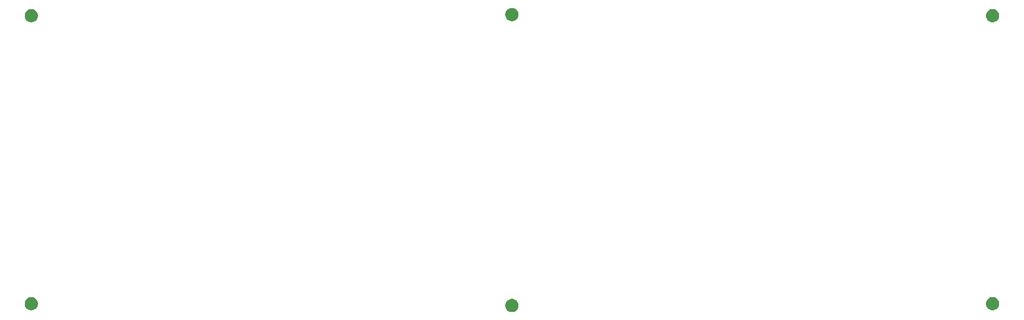
<source format=gbr>
G04 #@! TF.GenerationSoftware,KiCad,Pcbnew,(5.1.5)-3*
G04 #@! TF.CreationDate,2021-03-06T02:14:33+09:00*
G04 #@! TF.ProjectId,Kleine Gherkin,4b6c6569-6e65-4204-9768-65726b696e2e,rev?*
G04 #@! TF.SameCoordinates,Original*
G04 #@! TF.FileFunction,Soldermask,Bot*
G04 #@! TF.FilePolarity,Negative*
%FSLAX46Y46*%
G04 Gerber Fmt 4.6, Leading zero omitted, Abs format (unit mm)*
G04 Created by KiCad (PCBNEW (5.1.5)-3) date 2021-03-06 02:14:33*
%MOMM*%
%LPD*%
G04 APERTURE LIST*
%ADD10C,0.100000*%
G04 APERTURE END LIST*
D10*
G36*
X113320857Y-81242272D02*
G01*
X113521043Y-81325192D01*
X113521045Y-81325193D01*
X113611738Y-81385792D01*
X113701208Y-81445574D01*
X113854426Y-81598792D01*
X113974808Y-81778957D01*
X114057728Y-81979143D01*
X114100000Y-82191658D01*
X114100000Y-82408342D01*
X114057728Y-82620857D01*
X113974808Y-82821043D01*
X113872067Y-82974807D01*
X113854425Y-83001209D01*
X113701209Y-83154425D01*
X113521045Y-83274807D01*
X113521044Y-83274808D01*
X113521043Y-83274808D01*
X113320857Y-83357728D01*
X113108342Y-83400000D01*
X112891658Y-83400000D01*
X112679143Y-83357728D01*
X112478957Y-83274808D01*
X112478956Y-83274808D01*
X112478955Y-83274807D01*
X112298791Y-83154425D01*
X112145575Y-83001209D01*
X112127934Y-82974807D01*
X112025192Y-82821043D01*
X111942272Y-82620857D01*
X111900000Y-82408342D01*
X111900000Y-82191658D01*
X111942272Y-81979143D01*
X112025192Y-81778957D01*
X112145574Y-81598792D01*
X112298792Y-81445574D01*
X112388262Y-81385792D01*
X112478955Y-81325193D01*
X112478957Y-81325192D01*
X112679143Y-81242272D01*
X112891658Y-81200000D01*
X113108342Y-81200000D01*
X113320857Y-81242272D01*
G37*
G36*
X193320857Y-80942272D02*
G01*
X193521043Y-81025192D01*
X193521045Y-81025193D01*
X193611738Y-81085792D01*
X193701208Y-81145574D01*
X193854426Y-81298792D01*
X193974808Y-81478957D01*
X194057728Y-81679143D01*
X194100000Y-81891658D01*
X194100000Y-82108342D01*
X194057728Y-82320857D01*
X194021490Y-82408342D01*
X193974807Y-82521045D01*
X193854425Y-82701209D01*
X193701209Y-82854425D01*
X193521045Y-82974807D01*
X193521044Y-82974808D01*
X193521043Y-82974808D01*
X193320857Y-83057728D01*
X193108342Y-83100000D01*
X192891658Y-83100000D01*
X192679143Y-83057728D01*
X192478957Y-82974808D01*
X192478956Y-82974808D01*
X192478955Y-82974807D01*
X192298791Y-82854425D01*
X192145575Y-82701209D01*
X192025193Y-82521045D01*
X191978510Y-82408342D01*
X191942272Y-82320857D01*
X191900000Y-82108342D01*
X191900000Y-81891658D01*
X191942272Y-81679143D01*
X192025192Y-81478957D01*
X192145574Y-81298792D01*
X192298792Y-81145574D01*
X192388262Y-81085792D01*
X192478955Y-81025193D01*
X192478957Y-81025192D01*
X192679143Y-80942272D01*
X192891658Y-80900000D01*
X193108342Y-80900000D01*
X193320857Y-80942272D01*
G37*
G36*
X33320857Y-80942272D02*
G01*
X33521043Y-81025192D01*
X33521045Y-81025193D01*
X33611738Y-81085792D01*
X33701208Y-81145574D01*
X33854426Y-81298792D01*
X33974808Y-81478957D01*
X34057728Y-81679143D01*
X34100000Y-81891658D01*
X34100000Y-82108342D01*
X34057728Y-82320857D01*
X34021490Y-82408342D01*
X33974807Y-82521045D01*
X33854425Y-82701209D01*
X33701209Y-82854425D01*
X33521045Y-82974807D01*
X33521044Y-82974808D01*
X33521043Y-82974808D01*
X33320857Y-83057728D01*
X33108342Y-83100000D01*
X32891658Y-83100000D01*
X32679143Y-83057728D01*
X32478957Y-82974808D01*
X32478956Y-82974808D01*
X32478955Y-82974807D01*
X32298791Y-82854425D01*
X32145575Y-82701209D01*
X32025193Y-82521045D01*
X31978510Y-82408342D01*
X31942272Y-82320857D01*
X31900000Y-82108342D01*
X31900000Y-81891658D01*
X31942272Y-81679143D01*
X32025192Y-81478957D01*
X32145574Y-81298792D01*
X32298792Y-81145574D01*
X32388262Y-81085792D01*
X32478955Y-81025193D01*
X32478957Y-81025192D01*
X32679143Y-80942272D01*
X32891658Y-80900000D01*
X33108342Y-80900000D01*
X33320857Y-80942272D01*
G37*
G36*
X193320857Y-32942272D02*
G01*
X193521043Y-33025192D01*
X193521045Y-33025193D01*
X193611738Y-33085792D01*
X193701208Y-33145574D01*
X193854426Y-33298792D01*
X193974808Y-33478957D01*
X194057728Y-33679143D01*
X194100000Y-33891658D01*
X194100000Y-34108342D01*
X194057728Y-34320857D01*
X193974808Y-34521043D01*
X193854426Y-34701208D01*
X193701208Y-34854426D01*
X193696266Y-34857728D01*
X193521045Y-34974807D01*
X193521044Y-34974808D01*
X193521043Y-34974808D01*
X193320857Y-35057728D01*
X193108342Y-35100000D01*
X192891658Y-35100000D01*
X192679143Y-35057728D01*
X192478957Y-34974808D01*
X192478956Y-34974808D01*
X192478955Y-34974807D01*
X192303734Y-34857728D01*
X192298792Y-34854426D01*
X192145574Y-34701208D01*
X192025192Y-34521043D01*
X191942272Y-34320857D01*
X191900000Y-34108342D01*
X191900000Y-33891658D01*
X191942272Y-33679143D01*
X192025192Y-33478957D01*
X192145574Y-33298792D01*
X192298792Y-33145574D01*
X192388262Y-33085792D01*
X192478955Y-33025193D01*
X192478957Y-33025192D01*
X192679143Y-32942272D01*
X192891658Y-32900000D01*
X193108342Y-32900000D01*
X193320857Y-32942272D01*
G37*
G36*
X33320857Y-32942272D02*
G01*
X33521043Y-33025192D01*
X33521045Y-33025193D01*
X33611738Y-33085792D01*
X33701208Y-33145574D01*
X33854426Y-33298792D01*
X33974808Y-33478957D01*
X34057728Y-33679143D01*
X34100000Y-33891658D01*
X34100000Y-34108342D01*
X34057728Y-34320857D01*
X33974808Y-34521043D01*
X33854426Y-34701208D01*
X33701208Y-34854426D01*
X33696266Y-34857728D01*
X33521045Y-34974807D01*
X33521044Y-34974808D01*
X33521043Y-34974808D01*
X33320857Y-35057728D01*
X33108342Y-35100000D01*
X32891658Y-35100000D01*
X32679143Y-35057728D01*
X32478957Y-34974808D01*
X32478956Y-34974808D01*
X32478955Y-34974807D01*
X32303734Y-34857728D01*
X32298792Y-34854426D01*
X32145574Y-34701208D01*
X32025192Y-34521043D01*
X31942272Y-34320857D01*
X31900000Y-34108342D01*
X31900000Y-33891658D01*
X31942272Y-33679143D01*
X32025192Y-33478957D01*
X32145574Y-33298792D01*
X32298792Y-33145574D01*
X32388262Y-33085792D01*
X32478955Y-33025193D01*
X32478957Y-33025192D01*
X32679143Y-32942272D01*
X32891658Y-32900000D01*
X33108342Y-32900000D01*
X33320857Y-32942272D01*
G37*
G36*
X113320857Y-32742272D02*
G01*
X113521043Y-32825192D01*
X113521045Y-32825193D01*
X113611738Y-32885792D01*
X113701208Y-32945574D01*
X113854426Y-33098792D01*
X113974808Y-33278957D01*
X114057728Y-33479143D01*
X114100000Y-33691658D01*
X114100000Y-33908342D01*
X114057728Y-34120857D01*
X113974808Y-34321043D01*
X113854426Y-34501208D01*
X113701208Y-34654426D01*
X113631192Y-34701209D01*
X113521045Y-34774807D01*
X113521044Y-34774808D01*
X113521043Y-34774808D01*
X113320857Y-34857728D01*
X113108342Y-34900000D01*
X112891658Y-34900000D01*
X112679143Y-34857728D01*
X112478957Y-34774808D01*
X112478956Y-34774808D01*
X112478955Y-34774807D01*
X112368808Y-34701209D01*
X112298792Y-34654426D01*
X112145574Y-34501208D01*
X112025192Y-34321043D01*
X111942272Y-34120857D01*
X111900000Y-33908342D01*
X111900000Y-33691658D01*
X111942272Y-33479143D01*
X112025192Y-33278957D01*
X112145574Y-33098792D01*
X112298792Y-32945574D01*
X112388262Y-32885792D01*
X112478955Y-32825193D01*
X112478957Y-32825192D01*
X112679143Y-32742272D01*
X112891658Y-32700000D01*
X113108342Y-32700000D01*
X113320857Y-32742272D01*
G37*
M02*

</source>
